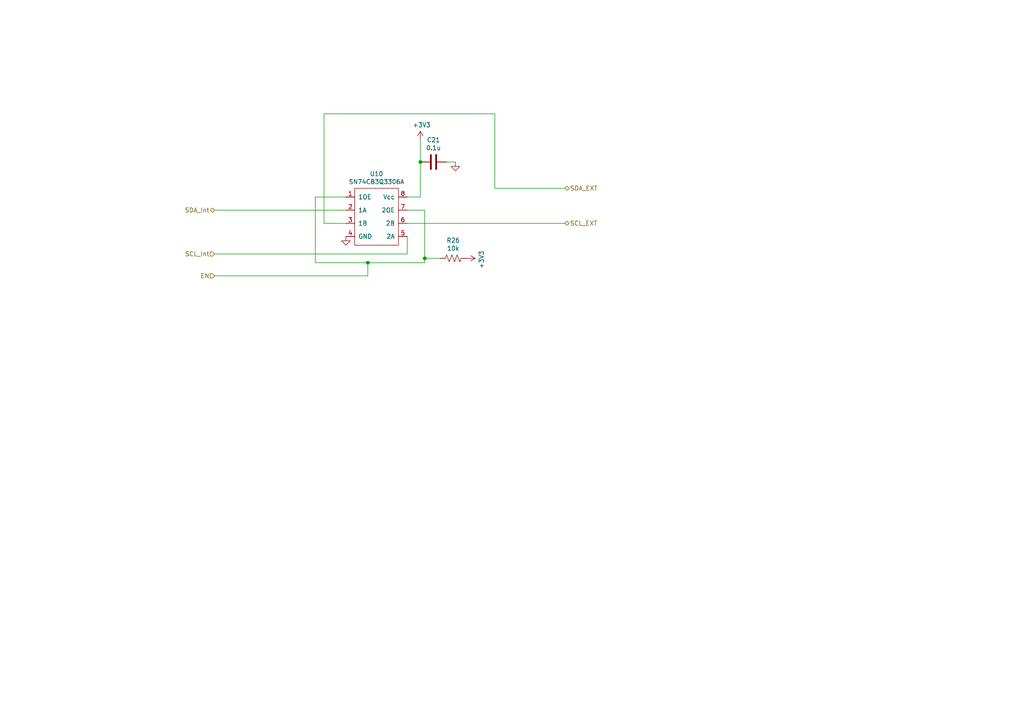
<source format=kicad_sch>
(kicad_sch (version 20231120) (generator "eeschema") (generator_version "8.0")
  (paper "A4")
  (title_block (title "Avionics Board") (rev "A") (company "SilverSat Limited"))
  (lib_symbols
    (symbol "Device:C" (pin_numbers hide) (pin_names (offset 0.254))
      (property "Reference" "C" (at 0.635 2.54 0))
      (property "Value" "C" (at 0.635 -2.54 0))
      (symbol "C_0_1"
        (polyline (pts (xy -2.032 -0.762) (xy 2.032 -0.762)) (stroke (width 0.508)))
        (polyline (pts (xy -2.032 0.762) (xy 2.032 0.762)) (stroke (width 0.508)))
      )
      (symbol "C_1_1"
        (pin passive line (at 0 3.81 270) (length 2.794) (name "~") (number "1"))
        (pin passive line (at 0 -3.81 90) (length 2.794) (name "~") (number "2"))
      )
    )
    (symbol "Device:R_US" (pin_numbers hide) (pin_names (offset 0))
      (property "Reference" "R" (at 2.54 0 90))
      (property "Value" "R_US" (at -2.54 0 90))
      (symbol "R_US_0_1"
        (polyline (pts (xy 0 -2.286) (xy 0 -2.54)))
        (polyline (pts (xy 0 2.286) (xy 0 2.54)))
        (polyline (pts (xy 0 -0.762) (xy 1.016 -1.143) (xy 0 -1.524) (xy -1.016 -1.905) (xy 0 -2.286)))
        (polyline (pts (xy 0 0.762) (xy 1.016 0.381) (xy 0 0) (xy -1.016 -0.381) (xy 0 -0.762)))
        (polyline (pts (xy 0 2.286) (xy 1.016 1.905) (xy 0 1.524) (xy -1.016 1.143) (xy 0 0.762)))
      )
      (symbol "R_US_1_1"
        (pin passive line (at 0 3.81 270) (length 1.27) (name "~") (number "1"))
        (pin passive line (at 0 -3.81 90) (length 1.27) (name "~") (number "2"))
      )
    )
    (symbol "SilverSat_symbols:SN74CB3Q3306A" (pin_names (offset 1.016))
      (property "Reference" "U" (at 0 0 0))
      (property "Value" "SN74CB3Q3306A" (at 0 0 0))
      (symbol "SN74CB3Q3306A_0_1"
        (rectangle (start -5.08 -3.81) (end 7.62 -20.32))
      )
      (symbol "SN74CB3Q3306A_1_1"
        (pin input line (at -7.62 -6.35 0) (length 2.54) (name "1OE") (number "1"))
        (pin input line (at -7.62 -10.16 0) (length 2.54) (name "1A") (number "2"))
        (pin input line (at -7.62 -13.97 0) (length 2.54) (name "1B") (number "3"))
        (pin input line (at -7.62 -17.78 0) (length 2.54) (name "GND") (number "4"))
        (pin input line (at 10.16 -17.78 180) (length 2.54) (name "2A") (number "5"))
        (pin input line (at 10.16 -13.97 180) (length 2.54) (name "2B") (number "6"))
        (pin input line (at 10.16 -10.16 180) (length 2.54) (name "2OE") (number "7"))
        (pin input line (at 10.16 -6.35 180) (length 2.54) (name "Vcc") (number "8"))
      )
    )
    (symbol "power:+3.3V" (power) (pin_names (offset 0))
      (property "Value" "+3.3V" (at 0 3.556 0))
      (symbol "+3.3V_0_1"
        (polyline (pts (xy -0.762 1.27) (xy 0 2.54)))
        (polyline (pts (xy 0 0) (xy 0 2.54)))
        (polyline (pts (xy 0 2.54) (xy 0.762 1.27)))
      )
      (symbol "+3.3V_1_1"
        (pin power_in line (at 0 0 90) (length 0) hide (name "+3V3") (number "1"))
      )
    )
    (symbol "power:GND" (power) (pin_names (offset 0))
      (property "Value" "GND" (at 0 -3.81 0))
      (symbol "GND_0_1"
        (polyline (pts (xy 0 0) (xy 0 -1.27) (xy 1.27 -1.27) (xy 0 -2.54) (xy -1.27 -1.27) (xy 0 -1.27)))
      )
      (symbol "GND_1_1"
        (pin power_in line (at 0 0 270) (length 0) hide (name "GND") (number "1"))
      )
    )
  )
  (junction (at 106.68 76.2))
  (junction (at 121.92 46.99))
  (junction (at 123.19 74.93))
  (wire (pts (xy 143.51 33.02) (xy 143.51 54.61)))
  (wire (pts (xy 100.33 60.96) (xy 62.23 60.96)))
  (wire (pts (xy 121.92 46.99) (xy 121.92 57.15)))
  (wire (pts (xy 123.19 74.93) (xy 123.19 76.2)))
  (wire (pts (xy 121.92 57.15) (xy 118.11 57.15)))
  (wire (pts (xy 100.33 64.77) (xy 93.98 64.77)))
  (wire (pts (xy 118.11 73.66) (xy 62.23 73.66)))
  (wire (pts (xy 93.98 33.02) (xy 143.51 33.02)))
  (wire (pts (xy 91.44 57.15) (xy 91.44 76.2)))
  (wire (pts (xy 106.68 80.01) (xy 106.68 76.2)))
  (wire (pts (xy 127.635 74.93) (xy 123.19 74.93)))
  (wire (pts (xy 118.11 68.58) (xy 118.11 73.66)))
  (wire (pts (xy 91.44 76.2) (xy 106.68 76.2)))
  (wire (pts (xy 118.11 64.77) (xy 163.83 64.77)))
  (wire (pts (xy 143.51 54.61) (xy 163.83 54.61)))
  (wire (pts (xy 123.19 60.96) (xy 118.11 60.96)))
  (wire (pts (xy 123.19 60.96) (xy 123.19 74.93)))
  (wire (pts (xy 106.68 76.2) (xy 123.19 76.2)))
  (wire (pts (xy 93.98 64.77) (xy 93.98 33.02)))
  (wire (pts (xy 100.33 57.15) (xy 91.44 57.15)))
  (wire (pts (xy 132.08 46.99) (xy 129.54 46.99)))
  (wire (pts (xy 62.23 80.01) (xy 106.68 80.01)))
  (wire (pts (xy 121.92 40.64) (xy 121.92 46.99)))
  (hierarchical_label "EN" (shape input) (at 62.23 80.01 180))
  (hierarchical_label "SDA_EXT" (shape bidirectional) (at 163.83 54.61 0))
  (hierarchical_label "SDA_Int" (shape bidirectional) (at 62.23 60.96 180))
  (hierarchical_label "SCL_Int" (shape input) (at 62.23 73.66 180))
  (hierarchical_label "SCL_EXT" (shape bidirectional) (at 163.83 64.77 0))
  (symbol (lib_id "SilverSat_symbols:SN74CB3Q3306A") (at 107.95 50.8 0) (unit 1)
    (property "Reference" "U10" (at 109.22 50.419 0))
    (property "Value" "SN74CB3Q3306A" (at 109.22 52.7304 0))
    (property "Footprint" "Package_SO:TSSOP-8_4.4x3mm_P0.65mm" (effects (hide yes)))
    (property "Part_Number" "SN74CB3Q3306A" (effects (hide yes)))
    (property "MPN" "SN74CB3Q3306APWR" (effects (hide yes)))
    (property "Manufacturer" "TI" (effects (hide yes)))
  )
  (symbol (lib_id "Device:C") (at 125.73 46.99 90) (unit 1)
    (property "Reference" "C21" (at 125.73 40.5892 90))
    (property "Value" "0.1u" (at 125.73 42.9006 90))
    (property "Footprint" "Capacitor_SMD:C_0603_1608Metric" (effects (hide yes)))
    (property "Part_Number" "06035C104K4Z2A" (effects (hide yes)))
    (property "MPN" "06031C104K4Z2A" (effects (hide yes)))
    (property "Manufacturer" "AVX" (effects (hide yes)))
  )
  (symbol (lib_id "power:+3.3V") (at 121.92 40.64 0) (unit 1)
    (property "Reference" "#PWR07" (effects (hide yes)))
    (property "Value" "+3V3" (at 122.301 36.2458 0))
  )
  (symbol (lib_id "power:GND") (at 132.08 46.99 0) (unit 1)
    (property "Reference" "#PWR08" (effects (hide yes)))
    (property "Value" "GND" (effects (hide yes)))
  )
  (symbol (lib_id "power:GND") (at 100.33 68.58 0) (unit 1)
    (property "Reference" "#PWR06" (effects (hide yes)))
    (property "Value" "GND" (effects (hide yes)))
  )
  (symbol (lib_id "Device:R_US") (at 131.445 74.93 270) (unit 1)
    (property "Reference" "R26" (at 131.445 69.723 90))
    (property "Value" "10k" (at 131.445 72.0344 90))
    (property "Footprint" "Resistor_SMD:R_0603_1608Metric" (effects (hide yes)))
    (property "Part_Number" "ERJ-3EKF1002V" (effects (hide yes)))
    (property "MPN" "ERJ-3RBD1002V" (effects (hide yes)))
    (property "Manufacturer" "Panasonic" (effects (hide yes)))
  )
  (symbol (lib_id "power:+3.3V") (at 135.255 74.93 270) (unit 1)
    (property "Reference" "#PWR09" (effects (hide yes)))
    (property "Value" "+3V3" (at 139.6492 75.311 0))
  )
)
</source>
